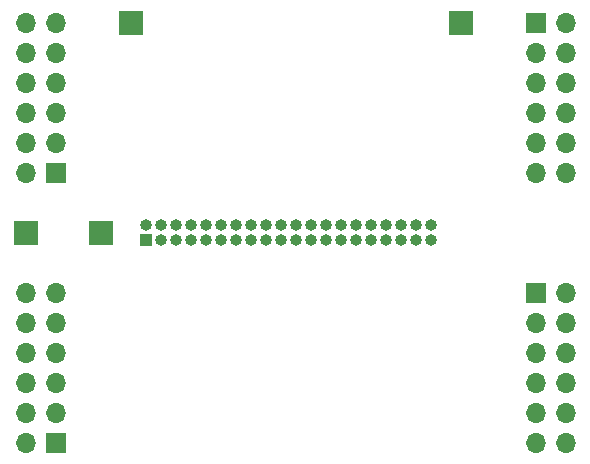
<source format=gbs>
G04 #@! TF.GenerationSoftware,KiCad,Pcbnew,(6.0.9)*
G04 #@! TF.CreationDate,2022-11-20T21:47:37+01:00*
G04 #@! TF.ProjectId,iCE40HX8K-EVB EXT2PMOD adapter,69434534-3048-4583-984b-2d4556422045,V1.0*
G04 #@! TF.SameCoordinates,Original*
G04 #@! TF.FileFunction,Soldermask,Bot*
G04 #@! TF.FilePolarity,Negative*
%FSLAX46Y46*%
G04 Gerber Fmt 4.6, Leading zero omitted, Abs format (unit mm)*
G04 Created by KiCad (PCBNEW (6.0.9)) date 2022-11-20 21:47:37*
%MOMM*%
%LPD*%
G01*
G04 APERTURE LIST*
%ADD10R,2.000000X2.000000*%
%ADD11R,1.700000X1.700000*%
%ADD12O,1.700000X1.700000*%
%ADD13R,1.000000X1.000000*%
%ADD14O,1.000000X1.000000*%
G04 APERTURE END LIST*
D10*
X151130000Y-78740000D03*
X179070000Y-78740000D03*
D11*
X185420000Y-101600000D03*
D12*
X185420000Y-104140000D03*
X185420000Y-106680000D03*
X185420000Y-109220000D03*
X185420000Y-111760000D03*
X185420000Y-114300000D03*
X187960000Y-101600000D03*
X187960000Y-104140000D03*
X187960000Y-106680000D03*
X187960000Y-109220000D03*
X187960000Y-111760000D03*
X187960000Y-114300000D03*
D11*
X185420000Y-78740000D03*
D12*
X185420000Y-81280000D03*
X185420000Y-83820000D03*
X185420000Y-86360000D03*
X185420000Y-88900000D03*
X185420000Y-91440000D03*
X187960000Y-78740000D03*
X187960000Y-81280000D03*
X187960000Y-83820000D03*
X187960000Y-86360000D03*
X187960000Y-88900000D03*
X187960000Y-91440000D03*
D11*
X144780000Y-91440000D03*
D12*
X144780000Y-88900000D03*
X144780000Y-86360000D03*
X144780000Y-83820000D03*
X144780000Y-81280000D03*
X144780000Y-78740000D03*
X142240000Y-91440000D03*
X142240000Y-88900000D03*
X142240000Y-86360000D03*
X142240000Y-83820000D03*
X142240000Y-81280000D03*
X142240000Y-78740000D03*
D10*
X148590000Y-96520000D03*
X142240000Y-96520000D03*
D11*
X144780000Y-114300000D03*
D12*
X144780000Y-111760000D03*
X144780000Y-109220000D03*
X144780000Y-106680000D03*
X144780000Y-104140000D03*
X144780000Y-101600000D03*
X142240000Y-114300000D03*
X142240000Y-111760000D03*
X142240000Y-109220000D03*
X142240000Y-106680000D03*
X142240000Y-104140000D03*
X142240000Y-101600000D03*
D13*
X152400000Y-97155000D03*
D14*
X152400000Y-95885000D03*
X153670000Y-97155000D03*
X153670000Y-95885000D03*
X154940000Y-97155000D03*
X154940000Y-95885000D03*
X156210000Y-97155000D03*
X156210000Y-95885000D03*
X157480000Y-97155000D03*
X157480000Y-95885000D03*
X158750000Y-97155000D03*
X158750000Y-95885000D03*
X160020000Y-97155000D03*
X160020000Y-95885000D03*
X161290000Y-97155000D03*
X161290000Y-95885000D03*
X162560000Y-97155000D03*
X162560000Y-95885000D03*
X163830000Y-97155000D03*
X163830000Y-95885000D03*
X165100000Y-97155000D03*
X165100000Y-95885000D03*
X166370000Y-97155000D03*
X166370000Y-95885000D03*
X167640000Y-97155000D03*
X167640000Y-95885000D03*
X168910000Y-97155000D03*
X168910000Y-95885000D03*
X170180000Y-97155000D03*
X170180000Y-95885000D03*
X171450000Y-97155000D03*
X171450000Y-95885000D03*
X172720000Y-97155000D03*
X172720000Y-95885000D03*
X173990000Y-97155000D03*
X173990000Y-95885000D03*
X175260000Y-97155000D03*
X175260000Y-95885000D03*
X176530000Y-97155000D03*
X176530000Y-95885000D03*
M02*

</source>
